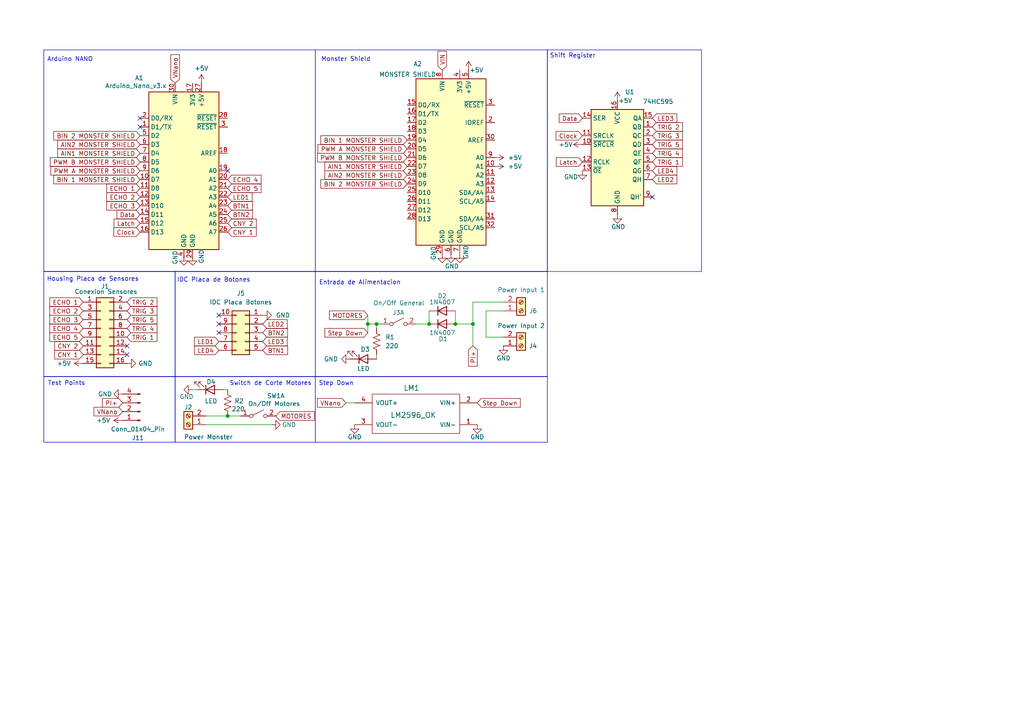
<source format=kicad_sch>
(kicad_sch (version 20231120) (generator "eeschema") (generator_version "8.0")
  (paper "A4")
  (lib_symbols
    (symbol "74xx:74HC595"
      (property "Reference" "U" (at -7.62 13.97 0))
      (property "Value" "74HC595" (at -7.62 -16.51 0))
      (symbol "74HC595_1_0"
        (pin tri_state line (at 10.16 7.62 180) (length 2.54) (name "QB") (number "1"))
        (pin input line (at -10.16 2.54 0) (length 2.54) (name "~{SRCLR}") (number "10"))
        (pin input line (at -10.16 5.08 0) (length 2.54) (name "SRCLK") (number "11"))
        (pin input line (at -10.16 -2.54 0) (length 2.54) (name "RCLK") (number "12"))
        (pin input line (at -10.16 -5.08 0) (length 2.54) (name "~{OE}") (number "13"))
        (pin input line (at -10.16 10.16 0) (length 2.54) (name "SER") (number "14"))
        (pin tri_state line (at 10.16 10.16 180) (length 2.54) (name "QA") (number "15"))
        (pin power_in line (at 0 15.24 270) (length 2.54) (name "VCC") (number "16"))
        (pin tri_state line (at 10.16 5.08 180) (length 2.54) (name "QC") (number "2"))
        (pin tri_state line (at 10.16 2.54 180) (length 2.54) (name "QD") (number "3"))
        (pin tri_state line (at 10.16 0 180) (length 2.54) (name "QE") (number "4"))
        (pin tri_state line (at 10.16 -2.54 180) (length 2.54) (name "QF") (number "5"))
        (pin tri_state line (at 10.16 -5.08 180) (length 2.54) (name "QG") (number "6"))
        (pin tri_state line (at 10.16 -7.62 180) (length 2.54) (name "QH") (number "7"))
        (pin power_in line (at 0 -17.78 90) (length 2.54) (name "GND") (number "8"))
        (pin output line (at 10.16 -12.7 180) (length 2.54) (name "QH'") (number "9"))
      )
      (symbol "74HC595_1_1"
        (rectangle (start -7.62 12.7) (end 7.62 -15.24) (stroke (width 0.254)) (fill (type background)))
      )
    )
    (symbol "Connector:Conn_01x04_Pin" (pin_names (offset 1.016) hide)
      (property "Reference" "J" (at 0 5.08 0))
      (property "Value" "Conn_01x04_Pin" (at 0 -7.62 0))
      (symbol "Conn_01x04_Pin_1_1"
        (polyline (pts (xy 1.27 -5.08) (xy 0.8636 -5.08)) (stroke (width 0.1524)))
        (polyline (pts (xy 1.27 -2.54) (xy 0.8636 -2.54)) (stroke (width 0.1524)))
        (polyline (pts (xy 1.27 0) (xy 0.8636 0)) (stroke (width 0.1524)))
        (polyline (pts (xy 1.27 2.54) (xy 0.8636 2.54)) (stroke (width 0.1524)))
        (rectangle (start 0.8636 -4.953) (end 0 -5.207) (stroke (width 0.1524)) (fill (type outline)))
        (rectangle (start 0.8636 -2.413) (end 0 -2.667) (stroke (width 0.1524)) (fill (type outline)))
        (rectangle (start 0.8636 0.127) (end 0 -0.127) (stroke (width 0.1524)) (fill (type outline)))
        (rectangle (start 0.8636 2.667) (end 0 2.413) (stroke (width 0.1524)) (fill (type outline)))
        (pin passive line (at 5.08 2.54 180) (length 3.81) (name "Pin_1") (number "1"))
        (pin passive line (at 5.08 0 180) (length 3.81) (name "Pin_2") (number "2"))
        (pin passive line (at 5.08 -2.54 180) (length 3.81) (name "Pin_3") (number "3"))
        (pin passive line (at 5.08 -5.08 180) (length 3.81) (name "Pin_4") (number "4"))
      )
    )
    (symbol "Connector:Screw_Terminal_01x02" (pin_names (offset 1.016) hide)
      (property "Reference" "J" (at 0 2.54 0))
      (property "Value" "Screw_Terminal_01x02" (at 0 -5.08 0))
      (symbol "Screw_Terminal_01x02_1_1"
        (rectangle (start -1.27 1.27) (end 1.27 -3.81) (stroke (width 0.254)) (fill (type background)))
        (circle (center 0 -2.54) (radius 0.635) (stroke (width 0.1524)))
        (polyline (pts (xy -0.5334 -2.2098) (xy 0.3302 -3.048)) (stroke (width 0.1524)))
        (polyline (pts (xy -0.5334 0.3302) (xy 0.3302 -0.508)) (stroke (width 0.1524)))
        (polyline (pts (xy -0.3556 -2.032) (xy 0.508 -2.8702)) (stroke (width 0.1524)))
        (polyline (pts (xy -0.3556 0.508) (xy 0.508 -0.3302)) (stroke (width 0.1524)))
        (circle (center 0 0) (radius 0.635) (stroke (width 0.1524)))
        (pin passive line (at -5.08 0 0) (length 3.81) (name "Pin_1") (number "1"))
        (pin passive line (at -5.08 -2.54 0) (length 3.81) (name "Pin_2") (number "2"))
      )
    )
    (symbol "Connector_Generic:Conn_02x05_Counter_Clockwise" (pin_names (offset 1.016) hide)
      (property "Reference" "J" (at 1.27 7.62 0))
      (property "Value" "Conn_02x05_Counter_Clockwise" (at 1.27 -7.62 0))
      (symbol "Conn_02x05_Counter_Clockwise_1_1"
        (rectangle (start -1.27 -4.953) (end 0 -5.207) (stroke (width 0.1524)))
        (rectangle (start -1.27 -2.413) (end 0 -2.667) (stroke (width 0.1524)))
        (rectangle (start -1.27 0.127) (end 0 -0.127) (stroke (width 0.1524)))
        (rectangle (start -1.27 2.667) (end 0 2.413) (stroke (width 0.1524)))
        (rectangle (start -1.27 5.207) (end 0 4.953) (stroke (width 0.1524)))
        (rectangle (start -1.27 6.35) (end 3.81 -6.35) (stroke (width 0.254)) (fill (type background)))
        (rectangle (start 3.81 -4.953) (end 2.54 -5.207) (stroke (width 0.1524)))
        (rectangle (start 3.81 -2.413) (end 2.54 -2.667) (stroke (width 0.1524)))
        (rectangle (start 3.81 0.127) (end 2.54 -0.127) (stroke (width 0.1524)))
        (rectangle (start 3.81 2.667) (end 2.54 2.413) (stroke (width 0.1524)))
        (rectangle (start 3.81 5.207) (end 2.54 4.953) (stroke (width 0.1524)))
        (pin passive line (at -5.08 5.08 0) (length 3.81) (name "Pin_1") (number "1"))
        (pin passive line (at 7.62 5.08 180) (length 3.81) (name "Pin_10") (number "10"))
        (pin passive line (at -5.08 2.54 0) (length 3.81) (name "Pin_2") (number "2"))
        (pin passive line (at -5.08 0 0) (length 3.81) (name "Pin_3") (number "3"))
        (pin passive line (at -5.08 -2.54 0) (length 3.81) (name "Pin_4") (number "4"))
        (pin passive line (at -5.08 -5.08 0) (length 3.81) (name "Pin_5") (number "5"))
        (pin passive line (at 7.62 -5.08 180) (length 3.81) (name "Pin_6") (number "6"))
        (pin passive line (at 7.62 -2.54 180) (length 3.81) (name "Pin_7") (number "7"))
        (pin passive line (at 7.62 0 180) (length 3.81) (name "Pin_8") (number "8"))
        (pin passive line (at 7.62 2.54 180) (length 3.81) (name "Pin_9") (number "9"))
      )
    )
    (symbol "Connector_Generic:Conn_02x08_Odd_Even" (pin_names (offset 1.016) hide)
      (property "Reference" "J" (at 1.27 10.16 0))
      (property "Value" "Conn_02x08_Odd_Even" (at 1.27 -12.7 0))
      (symbol "Conn_02x08_Odd_Even_1_1"
        (rectangle (start -1.27 -10.033) (end 0 -10.287) (stroke (width 0.1524)))
        (rectangle (start -1.27 -7.493) (end 0 -7.747) (stroke (width 0.1524)))
        (rectangle (start -1.27 -4.953) (end 0 -5.207) (stroke (width 0.1524)))
        (rectangle (start -1.27 -2.413) (end 0 -2.667) (stroke (width 0.1524)))
        (rectangle (start -1.27 0.127) (end 0 -0.127) (stroke (width 0.1524)))
        (rectangle (start -1.27 2.667) (end 0 2.413) (stroke (width 0.1524)))
        (rectangle (start -1.27 5.207) (end 0 4.953) (stroke (width 0.1524)))
        (rectangle (start -1.27 7.747) (end 0 7.493) (stroke (width 0.1524)))
        (rectangle (start -1.27 8.89) (end 3.81 -11.43) (stroke (width 0.254)) (fill (type background)))
        (rectangle (start 3.81 -10.033) (end 2.54 -10.287) (stroke (width 0.1524)))
        (rectangle (start 3.81 -7.493) (end 2.54 -7.747) (stroke (width 0.1524)))
        (rectangle (start 3.81 -4.953) (end 2.54 -5.207) (stroke (width 0.1524)))
        (rectangle (start 3.81 -2.413) (end 2.54 -2.667) (stroke (width 0.1524)))
        (rectangle (start 3.81 0.127) (end 2.54 -0.127) (stroke (width 0.1524)))
        (rectangle (start 3.81 2.667) (end 2.54 2.413) (stroke (width 0.1524)))
        (rectangle (start 3.81 5.207) (end 2.54 4.953) (stroke (width 0.1524)))
        (rectangle (start 3.81 7.747) (end 2.54 7.493) (stroke (width 0.1524)))
        (pin passive line (at -5.08 7.62 0) (length 3.81) (name "Pin_1") (number "1"))
        (pin passive line (at 7.62 -2.54 180) (length 3.81) (name "Pin_10") (number "10"))
        (pin passive line (at -5.08 -5.08 0) (length 3.81) (name "Pin_11") (number "11"))
        (pin passive line (at 7.62 -5.08 180) (length 3.81) (name "Pin_12") (number "12"))
        (pin passive line (at -5.08 -7.62 0) (length 3.81) (name "Pin_13") (number "13"))
        (pin passive line (at 7.62 -7.62 180) (length 3.81) (name "Pin_14") (number "14"))
        (pin passive line (at -5.08 -10.16 0) (length 3.81) (name "Pin_15") (number "15"))
        (pin passive line (at 7.62 -10.16 180) (length 3.81) (name "Pin_16") (number "16"))
        (pin passive line (at 7.62 7.62 180) (length 3.81) (name "Pin_2") (number "2"))
        (pin passive line (at -5.08 5.08 0) (length 3.81) (name "Pin_3") (number "3"))
        (pin passive line (at 7.62 5.08 180) (length 3.81) (name "Pin_4") (number "4"))
        (pin passive line (at -5.08 2.54 0) (length 3.81) (name "Pin_5") (number "5"))
        (pin passive line (at 7.62 2.54 180) (length 3.81) (name "Pin_6") (number "6"))
        (pin passive line (at -5.08 0 0) (length 3.81) (name "Pin_7") (number "7"))
        (pin passive line (at 7.62 0 180) (length 3.81) (name "Pin_8") (number "8"))
        (pin passive line (at -5.08 -2.54 0) (length 3.81) (name "Pin_9") (number "9"))
      )
    )
    (symbol "Device:LED" (pin_numbers hide) (pin_names (offset 1.016) hide)
      (property "Reference" "D" (at 0 2.54 0))
      (property "Value" "LED" (at 0 -2.54 0))
      (symbol "LED_0_1"
        (polyline (pts (xy -1.27 -1.27) (xy -1.27 1.27)) (stroke (width 0.254)))
        (polyline (pts (xy -1.27 0) (xy 1.27 0)))
        (polyline (pts (xy 1.27 -1.27) (xy 1.27 1.27) (xy -1.27 0) (xy 1.27 -1.27)) (stroke (width 0.254)))
        (polyline (pts (xy -3.048 -0.762) (xy -4.572 -2.286) (xy -3.81 -2.286) (xy -4.572 -2.286) (xy -4.572 -1.524)))
        (polyline (pts (xy -1.778 -0.762) (xy -3.302 -2.286) (xy -2.54 -2.286) (xy -3.302 -2.286) (xy -3.302 -1.524)))
      )
      (symbol "LED_1_1"
        (pin passive line (at -3.81 0 0) (length 2.54) (name "K") (number "1"))
        (pin passive line (at 3.81 0 180) (length 2.54) (name "A") (number "2"))
      )
    )
    (symbol "Device:R_US" (pin_numbers hide) (pin_names (offset 0))
      (property "Reference" "R" (at 2.54 0 90))
      (property "Value" "R_US" (at -2.54 0 90))
      (symbol "R_US_0_1"
        (polyline (pts (xy 0 -2.286) (xy 0 -2.54)))
        (polyline (pts (xy 0 2.286) (xy 0 2.54)))
        (polyline (pts (xy 0 -0.762) (xy 1.016 -1.143) (xy 0 -1.524) (xy -1.016 -1.905) (xy 0 -2.286)))
        (polyline (pts (xy 0 0.762) (xy 1.016 0.381) (xy 0 0) (xy -1.016 -0.381) (xy 0 -0.762)))
        (polyline (pts (xy 0 2.286) (xy 1.016 1.905) (xy 0 1.524) (xy -1.016 1.143) (xy 0 0.762)))
      )
      (symbol "R_US_1_1"
        (pin passive line (at 0 3.81 270) (length 1.27) (name "~") (number "1"))
        (pin passive line (at 0 -3.81 90) (length 1.27) (name "~") (number "2"))
      )
    )
    (symbol "Diode:1N4007" (pin_numbers hide) (pin_names hide)
      (property "Reference" "D" (at 0 2.54 0))
      (property "Value" "1N4007" (at 0 -2.54 0))
      (symbol "1N4007_0_1"
        (polyline (pts (xy -1.27 1.27) (xy -1.27 -1.27)) (stroke (width 0.254)))
        (polyline (pts (xy 1.27 0) (xy -1.27 0)))
        (polyline (pts (xy 1.27 1.27) (xy 1.27 -1.27) (xy -1.27 0) (xy 1.27 1.27)) (stroke (width 0.254)))
      )
      (symbol "1N4007_1_1"
        (pin passive line (at -3.81 0 0) (length 2.54) (name "K") (number "1"))
        (pin passive line (at 3.81 0 180) (length 2.54) (name "A") (number "2"))
      )
    )
    (symbol "LM2596:LM2596_OK" (pin_names (offset 1.016))
      (property "Reference" "LM1" (at 7.366 -1.524 90))
      (property "Value" "LM2596_OK" (at 4.572 -1.27 90))
      (symbol "LM2596_OK_0_1"
        (rectangle (start -8.89 11.43) (end 2.54 -13.97))
      )
      (symbol "LM2596_OK_1_1"
        (pin input line (at 0 -19.05 90) (length 5.08) (name "VIN-") (number "1"))
        (pin input line (at -6.35 -19.05 90) (length 5.08) (name "VIN+") (number "2"))
        (pin input line (at 0 16.51 270) (length 5.08) (name "VOUT-") (number "3"))
        (pin input line (at -6.35 16.51 270) (length 5.08) (name "VOUT+") (number "4"))
      )
    )
    (symbol "MCU_Module:Arduino_Nano_v3.x"
      (property "Reference" "A" (at -10.16 23.495 0))
      (property "Value" "Arduino_Nano_v3.x" (at 5.08 -24.13 0))
      (symbol "Arduino_Nano_v3.x_0_1"
        (rectangle (start -10.16 22.86) (end 10.16 -22.86) (stroke (width 0.254)) (fill (type background)))
      )
      (symbol "Arduino_Nano_v3.x_1_1"
        (pin bidirectional line (at -12.7 12.7 0) (length 2.54) (name "D1/TX") (number "1"))
        (pin bidirectional line (at -12.7 -2.54 0) (length 2.54) (name "D7") (number "10"))
        (pin bidirectional line (at -12.7 -5.08 0) (length 2.54) (name "D8") (number "11"))
        (pin bidirectional line (at -12.7 -7.62 0) (length 2.54) (name "D9") (number "12"))
        (pin bidirectional line (at -12.7 -10.16 0) (length 2.54) (name "D10") (number "13"))
        (pin bidirectional line (at -12.7 -12.7 0) (length 2.54) (name "D11") (number "14"))
        (pin bidirectional line (at -12.7 -15.24 0) (length 2.54) (name "D12") (number "15"))
        (pin bidirectional line (at -12.7 -17.78 0) (length 2.54) (name "D13") (number "16"))
        (pin power_out line (at 2.54 25.4 270) (length 2.54) (name "3V3") (number "17"))
        (pin input line (at 12.7 5.08 180) (length 2.54) (name "AREF") (number "18"))
        (pin bidirectional line (at 12.7 0 180) (length 2.54) (name "A0") (number "19"))
        (pin bidirectional line (at -12.7 15.24 0) (length 2.54) (name "D0/RX") (number "2"))
        (pin bidirectional line (at 12.7 -2.54 180) (length 2.54) (name "A1") (number "20"))
        (pin bidirectional line (at 12.7 -5.08 180) (length 2.54) (name "A2") (number "21"))
        (pin bidirectional line (at 12.7 -7.62 180) (length 2.54) (name "A3") (number "22"))
        (pin bidirectional line (at 12.7 -10.16 180) (length 2.54) (name "A4") (number "23"))
        (pin bidirectional line (at 12.7 -12.7 180) (length 2.54) (name "A5") (number "24"))
        (pin bidirectional line (at 12.7 -15.24 180) (length 2.54) (name "A6") (number "25"))
        (pin bidirectional line (at 12.7 -17.78 180) (length 2.54) (name "A7") (number "26"))
        (pin power_out line (at 5.08 25.4 270) (length 2.54) (name "+5V") (number "27"))
        (pin input line (at 12.7 15.24 180) (length 2.54) (name "~{RESET}") (number "28"))
        (pin power_in line (at 2.54 -25.4 90) (length 2.54) (name "GND") (number "29"))
        (pin input line (at 12.7 12.7 180) (length 2.54) (name "~{RESET}") (number "3"))
        (pin power_in line (at -2.54 25.4 270) (length 2.54) (name "VIN") (number "30"))
        (pin power_in line (at 0 -25.4 90) (length 2.54) (name "GND") (number "4"))
        (pin bidirectional line (at -12.7 10.16 0) (length 2.54) (name "D2") (number "5"))
        (pin bidirectional line (at -12.7 7.62 0) (length 2.54) (name "D3") (number "6"))
        (pin bidirectional line (at -12.7 5.08 0) (length 2.54) (name "D4") (number "7"))
        (pin bidirectional line (at -12.7 2.54 0) (length 2.54) (name "D5") (number "8"))
        (pin bidirectional line (at -12.7 0 0) (length 2.54) (name "D6") (number "9"))
      )
    )
    (symbol "MCU_Module:Arduino_UNO_R3"
      (property "Reference" "A" (at -10.16 23.495 0))
      (property "Value" "Arduino_UNO_R3" (at 5.08 -26.67 0))
      (symbol "Arduino_UNO_R3_0_1"
        (rectangle (start -10.16 22.86) (end 10.16 -25.4) (stroke (width 0.254)) (fill (type background)))
      )
      (symbol "Arduino_UNO_R3_1_1"
        (pin no_connect line (at -10.16 -20.32 0) (length 2.54) hide (name "NC") (number "1"))
        (pin bidirectional line (at 12.7 -2.54 180) (length 2.54) (name "A1") (number "10"))
        (pin bidirectional line (at 12.7 -5.08 180) (length 2.54) (name "A2") (number "11"))
        (pin bidirectional line (at 12.7 -7.62 180) (length 2.54) (name "A3") (number "12"))
        (pin bidirectional line (at 12.7 -10.16 180) (length 2.54) (name "SDA/A4") (number "13"))
        (pin bidirectional line (at 12.7 -12.7 180) (length 2.54) (name "SCL/A5") (number "14"))
        (pin bidirectional line (at -12.7 15.24 0) (length 2.54) (name "D0/RX") (number "15"))
        (pin bidirectional line (at -12.7 12.7 0) (length 2.54) (name "D1/TX") (number "16"))
        (pin bidirectional line (at -12.7 10.16 0) (length 2.54) (name "D2") (number "17"))
        (pin bidirectional line (at -12.7 7.62 0) (length 2.54) (name "D3") (number "18"))
        (pin bidirectional line (at -12.7 5.08 0) (length 2.54) (name "D4") (number "19"))
        (pin output line (at 12.7 10.16 180) (length 2.54) (name "IOREF") (number "2"))
        (pin bidirectional line (at -12.7 2.54 0) (length 2.54) (name "D5") (number "20"))
        (pin bidirectional line (at -12.7 0 0) (length 2.54) (name "D6") (number "21"))
        (pin bidirectional line (at -12.7 -2.54 0) (length 2.54) (name "D7") (number "22"))
        (pin bidirectional line (at -12.7 -5.08 0) (length 2.54) (name "D8") (number "23"))
        (pin bidirectional line (at -12.7 -7.62 0) (length 2.54) (name "D9") (number "24"))
        (pin bidirectional line (at -12.7 -10.16 0) (length 2.54) (name "D10") (number "25"))
        (pin bidirectional line (at -12.7 -12.7 0) (length 2.54) (name "D11") (number "26"))
        (pin bidirectional line (at -12.7 -15.24 0) (length 2.54) (name "D12") (number "27"))
        (pin bidirectional line (at -12.7 -17.78 0) (length 2.54) (name "D13") (number "28"))
        (pin power_in line (at -2.54 -27.94 90) (length 2.54) (name "GND") (number "29"))
        (pin input line (at 12.7 15.24 180) (length 2.54) (name "~{RESET}") (number "3"))
        (pin input line (at 12.7 5.08 180) (length 2.54) (name "AREF") (number "30"))
        (pin bidirectional line (at 12.7 -17.78 180) (length 2.54) (name "SDA/A4") (number "31"))
        (pin bidirectional line (at 12.7 -20.32 180) (length 2.54) (name "SCL/A5") (number "32"))
        (pin power_out line (at 2.54 25.4 270) (length 2.54) (name "3V3") (number "4"))
        (pin power_out line (at 5.08 25.4 270) (length 2.54) (name "+5V") (number "5"))
        (pin power_in line (at 0 -27.94 90) (length 2.54) (name "GND") (number "6"))
        (pin power_in line (at 2.54 -27.94 90) (length 2.54) (name "GND") (number "7"))
        (pin power_in line (at -2.54 25.4 270) (length 2.54) (name "VIN") (number "8"))
        (pin bidirectional line (at 12.7 0 180) (length 2.54) (name "A0") (number "9"))
      )
    )
    (symbol "Switch:SW_DPST_x2" (pin_names (offset 0) hide)
      (property "Reference" "SW" (at 0 3.175 0))
      (property "Value" "SW_DPST_x2" (at 0 -2.54 0))
      (symbol "SW_DPST_x2_0_0"
        (circle (center -2.032 0) (radius 0.508))
        (polyline (pts (xy -1.524 0.254) (xy 1.524 1.778)))
        (circle (center 2.032 0) (radius 0.508))
      )
      (symbol "SW_DPST_x2_1_1"
        (pin passive line (at -5.08 0 0) (length 2.54) (name "A") (number "1"))
        (pin passive line (at 5.08 0 180) (length 2.54) (name "B") (number "2"))
      )
      (symbol "SW_DPST_x2_2_1"
        (pin passive line (at -5.08 0 0) (length 2.54) (name "A") (number "3"))
        (pin passive line (at 5.08 0 180) (length 2.54) (name "B") (number "4"))
      )
    )
    (symbol "power:+5V" (power) (pin_numbers hide) (pin_names (offset 0) hide)
      (property "Value" "+5V" (at 0 3.556 0))
      (symbol "+5V_0_1"
        (polyline (pts (xy -0.762 1.27) (xy 0 2.54)))
        (polyline (pts (xy 0 0) (xy 0 2.54)))
        (polyline (pts (xy 0 2.54) (xy 0.762 1.27)))
      )
      (symbol "+5V_1_1"
        (pin power_in line (at 0 0 90) (length 0) (name "~") (number "1"))
      )
    )
    (symbol "power:GND" (power) (pin_numbers hide) (pin_names (offset 0) hide)
      (property "Value" "GND" (at 0 -3.81 0))
      (symbol "GND_0_1"
        (polyline (pts (xy 0 0) (xy 0 -1.27) (xy 1.27 -1.27) (xy 0 -2.54) (xy -1.27 -1.27) (xy 0 -1.27)))
      )
      (symbol "GND_1_1"
        (pin power_in line (at 0 0 270) (length 0) (name "~") (number "1"))
      )
    )
  )
  (junction (at 124.46 93.98))
  (junction (at 137.16 93.98))
  (junction (at 109.22 93.98))
  (junction (at 132.08 93.98))
  (junction (at 66.04 120.65))
  (junction (at 106.68 93.98))
  (no_connect (at 66.04 49.53))
  (no_connect (at 40.64 34.29))
  (no_connect (at 36.83 102.87))
  (no_connect (at 63.5 93.98))
  (no_connect (at 189.23 57.15))
  (no_connect (at 40.64 36.83))
  (no_connect (at 63.5 96.52))
  (no_connect (at 36.83 100.33))
  (no_connect (at 63.5 91.44))
  (wire (pts (xy 100.33 116.84) (xy 102.87 116.84)))
  (wire (pts (xy 137.16 93.98) (xy 137.16 100.33)))
  (wire (pts (xy 146.05 87.63) (xy 137.16 87.63)))
  (wire (pts (xy 53.34 74.93) (xy 53.34 74.422)))
  (wire (pts (xy 140.97 90.17) (xy 146.05 90.17)))
  (wire (pts (xy 106.68 93.98) (xy 109.22 93.98)))
  (wire (pts (xy 59.69 120.65) (xy 66.04 120.65)))
  (wire (pts (xy 109.22 93.98) (xy 110.49 93.98)))
  (wire (pts (xy 132.08 93.98) (xy 137.16 93.98)))
  (wire (pts (xy 109.22 95.25) (xy 109.22 93.98)))
  (wire (pts (xy 124.46 90.17) (xy 124.46 93.98)))
  (wire (pts (xy 109.22 102.87) (xy 109.22 104.14)))
  (wire (pts (xy 140.97 90.17) (xy 140.97 97.79)))
  (wire (pts (xy 132.08 90.17) (xy 132.08 93.98)))
  (wire (pts (xy 78.74 123.19) (xy 59.69 123.19)))
  (wire (pts (xy 140.97 97.79) (xy 146.05 97.79)))
  (wire (pts (xy 106.68 91.44) (xy 106.68 93.98)))
  (wire (pts (xy 55.88 74.93) (xy 55.88 74.422)))
  (wire (pts (xy 66.04 120.65) (xy 69.85 120.65)))
  (wire (pts (xy 57.15 113.03) (xy 55.88 113.03)))
  (wire (pts (xy 66.04 113.03) (xy 64.77 113.03)))
  (wire (pts (xy 106.68 93.98) (xy 106.68 96.52)))
  (wire (pts (xy 120.65 93.98) (xy 124.46 93.98)))
  (wire (pts (xy 137.16 87.63) (xy 137.16 93.98)))
  (rectangle (start 50.8 78.74) (end 91.44 109.22))
  (rectangle (start 12.7 14.478) (end 91.44 78.74))
  (rectangle (start 91.44 109.22) (end 158.75 128.27))
  (rectangle (start 91.44 78.74) (end 158.75 109.22))
  (rectangle (start 12.7 109.22) (end 50.8 128.27))
  (rectangle (start 158.75 14.478) (end 203.454 78.74))
  (rectangle (start 50.8 109.22) (end 91.44 128.27))
  (rectangle (start 91.44 14.478) (end 158.75 78.74))
  (rectangle (start 12.7 78.74) (end 50.8 109.22))
  (text "Switch de Corte Motores" (at 78.486 111.252 0) (effects (font (size 1.27 1.27))))
  (text "Entrada de Alimentacion" (at 104.394 82.042 0) (effects (font (size 1.27 1.27))))
  (text "Shift Register" (at 166.116 16.256 0) (effects (font (size 1.27 1.27))))
  (text "Test Points\n" (at 19.304 111.252 0) (effects (font (size 1.27 1.27))))
  (text "Step Down\n" (at 97.536 111.252 0) (effects (font (size 1.27 1.27))))
  (text "Housing Placa de Sensores" (at 26.924 81.026 0) (effects (font (size 1.27 1.27))))
  (text "Monster Shield\n" (at 100.33 17.272 0) (effects (font (size 1.27 1.27))))
  (text "Arduino NANO\n" (at 20.32 17.272 0) (effects (font (size 1.27 1.27))))
  (text "IDC Placa de Botones" (at 61.976 81.28 0) (effects (font (size 1.27 1.27))))
  (global_label "ECHO 3" (shape input) (at 24.13 92.71 180) (property "Intersheetrefs" "${INTERSHEET_REFS}" (effects (hide yes))))
  (global_label "LED3" (shape input) (at 189.23 34.29 0) (property "Intersheetrefs" "${INTERSHEET_REFS}" (effects (hide yes))))
  (global_label "TRIG 2" (shape input) (at 189.23 36.83 0) (property "Intersheetrefs" "${INTERSHEET_REFS}" (effects (hide yes))))
  (global_label "ECHO 5" (shape input) (at 66.04 54.61 0) (property "Intersheetrefs" "${INTERSHEET_REFS}" (effects (hide yes))))
  (global_label "CNY 2" (shape input) (at 66.04 64.77 0) (property "Intersheetrefs" "${INTERSHEET_REFS}" (effects (hide yes))))
  (global_label "TRIG 1" (shape input) (at 189.23 46.99 0) (property "Intersheetrefs" "${INTERSHEET_REFS}" (effects (hide yes))))
  (global_label "PI+" (shape input) (at 137.16 100.33 270) (property "Intersheetrefs" "${INTERSHEET_REFS}" (effects (hide yes))))
  (global_label "ECHO 5" (shape input) (at 24.13 97.79 180) (property "Intersheetrefs" "${INTERSHEET_REFS}" (effects (hide yes))))
  (global_label "TRIG 3" (shape input) (at 36.83 90.17 0) (property "Intersheetrefs" "${INTERSHEET_REFS}" (effects (hide yes))))
  (global_label "VNano" (shape input) (at 50.8 24.13 90) (property "Intersheetrefs" "${INTERSHEET_REFS}" (effects (hide yes))))
  (global_label "BIN 1 MONSTER SHIELD" (shape input) (at 118.11 40.64 180) (property "Intersheetrefs" "${INTERSHEET_REFS}" (effects (hide yes))))
  (global_label "PI+" (shape input) (at 35.56 116.84 180) (property "Intersheetrefs" "${INTERSHEET_REFS}" (effects (hide yes))))
  (global_label "BIN 2 MONSTER SHIELD" (shape input) (at 40.64 39.37 180) (property "Intersheetrefs" "${INTERSHEET_REFS}" (effects (hide yes))))
  (global_label "MOTORES" (shape input) (at 106.68 91.44 180) (property "Intersheetrefs" "${INTERSHEET_REFS}" (effects (hide yes))))
  (global_label "BTN2" (shape input) (at 66.04 62.23 0) (property "Intersheetrefs" "${INTERSHEET_REFS}" (effects (hide yes))))
  (global_label "Clock" (shape input) (at 168.91 39.37 180) (property "Intersheetrefs" "${INTERSHEET_REFS}" (effects (hide yes))))
  (global_label "VNano" (shape input) (at 35.56 119.38 180) (property "Intersheetrefs" "${INTERSHEET_REFS}" (effects (hide yes))))
  (global_label "Data" (shape input) (at 168.91 34.29 180) (property "Intersheetrefs" "${INTERSHEET_REFS}" (effects (hide yes))))
  (global_label "Step Down" (shape input) (at 106.68 96.52 180) (property "Intersheetrefs" "${INTERSHEET_REFS}" (effects (hide yes))))
  (global_label "MOTORES" (shape input) (at 80.01 120.65 0) (property "Intersheetrefs" "${INTERSHEET_REFS}" (effects (hide yes))))
  (global_label "PWM B MONSTER SHIELD" (shape input) (at 40.64 46.99 180) (property "Intersheetrefs" "${INTERSHEET_REFS}" (effects (hide yes))))
  (global_label "BTN2" (shape input) (at 76.2 96.52 0) (property "Intersheetrefs" "${INTERSHEET_REFS}" (effects (hide yes))))
  (global_label "PWM A MONSTER SHIELD" (shape input) (at 118.11 43.18 180) (property "Intersheetrefs" "${INTERSHEET_REFS}" (effects (hide yes))))
  (global_label "TRIG 4" (shape input) (at 189.23 44.45 0) (property "Intersheetrefs" "${INTERSHEET_REFS}" (effects (hide yes))))
  (global_label "LED4" (shape input) (at 63.5 101.6 180) (property "Intersheetrefs" "${INTERSHEET_REFS}" (effects (hide yes))))
  (global_label "LED2" (shape input) (at 76.2 93.98 0) (property "Intersheetrefs" "${INTERSHEET_REFS}" (effects (hide yes))))
  (global_label "ECHO 4" (shape input) (at 66.04 52.07 0) (property "Intersheetrefs" "${INTERSHEET_REFS}" (effects (hide yes))))
  (global_label "LED1" (shape input) (at 63.5 99.06 180) (property "Intersheetrefs" "${INTERSHEET_REFS}" (effects (hide yes))))
  (global_label "CNY 1" (shape input) (at 24.13 102.87 180) (property "Intersheetrefs" "${INTERSHEET_REFS}" (effects (hide yes))))
  (global_label "Step Down" (shape input) (at 138.43 116.84 0) (property "Intersheetrefs" "${INTERSHEET_REFS}" (effects (hide yes))))
  (global_label "TRIG 4" (shape input) (at 36.83 95.25 0) (property "Intersheetrefs" "${INTERSHEET_REFS}" (effects (hide yes))))
  (global_label "LED3" (shape input) (at 76.2 99.06 0) (property "Intersheetrefs" "${INTERSHEET_REFS}" (effects (hide yes))))
  (global_label "VNano" (shape input) (at 100.33 116.84 180) (property "Intersheetrefs" "${INTERSHEET_REFS}" (effects (hide yes))))
  (global_label "TRIG 1" (shape input) (at 36.83 97.79 0) (property "Intersheetrefs" "${INTERSHEET_REFS}" (effects (hide yes))))
  (global_label "TRIG 2" (shape input) (at 36.83 87.63 0) (property "Intersheetrefs" "${INTERSHEET_REFS}" (effects (hide yes))))
  (global_label "LED2" (shape input) (at 189.23 52.07 0) (property "Intersheetrefs" "${INTERSHEET_REFS}" (effects (hide yes))))
  (global_label "Clock" (shape input) (at 40.64 67.31 180) (property "Intersheetrefs" "${INTERSHEET_REFS}" (effects (hide yes))))
  (global_label "ECHO 3" (shape input) (at 40.64 59.69 180) (property "Intersheetrefs" "${INTERSHEET_REFS}" (effects (hide yes))))
  (global_label "PWM B MONSTER SHIELD" (shape input) (at 118.11 45.72 180) (property "Intersheetrefs" "${INTERSHEET_REFS}" (effects (hide yes))))
  (global_label "TRIG 5" (shape input) (at 189.23 41.91 0) (property "Intersheetrefs" "${INTERSHEET_REFS}" (effects (hide yes))))
  (global_label "ECHO 1" (shape input) (at 40.64 54.61 180) (property "Intersheetrefs" "${INTERSHEET_REFS}" (effects (hide yes))))
  (global_label "ECHO 2" (shape input) (at 40.64 57.15 180) (property "Intersheetrefs" "${INTERSHEET_REFS}" (effects (hide yes))))
  (global_label "AIN1 MONSTER SHIELD" (shape input) (at 40.64 44.45 180) (property "Intersheetrefs" "${INTERSHEET_REFS}" (effects (hide yes))))
  (global_label "AIN1 MONSTER SHIELD" (shape input) (at 118.11 48.26 180) (property "Intersheetrefs" "${INTERSHEET_REFS}" (effects (hide yes))))
  (global_label "Latch" (shape input) (at 168.91 46.99 180) (property "Intersheetrefs" "${INTERSHEET_REFS}" (effects (hide yes))))
  (global_label "VIN" (shape input) (at 128.27 20.32 90) (property "Intersheetrefs" "${INTERSHEET_REFS}" (effects (hide yes))))
  (global_label "CNY 1" (shape input) (at 66.04 67.31 0) (property "Intersheetrefs" "${INTERSHEET_REFS}" (effects (hide yes))))
  (global_label "ECHO 4" (shape input) (at 24.13 95.25 180) (property "Intersheetrefs" "${INTERSHEET_REFS}" (effects (hide yes))))
  (global_label "TRIG 3" (shape input) (at 189.23 39.37 0) (property "Intersheetrefs" "${INTERSHEET_REFS}" (effects (hide yes))))
  (global_label "CNY 2" (shape input) (at 24.13 100.33 180) (property "Intersheetrefs" "${INTERSHEET_REFS}" (effects (hide yes))))
  (global_label "Data" (shape input) (at 40.64 62.23 180) (property "Intersheetrefs" "${INTERSHEET_REFS}" (effects (hide yes))))
  (global_label "LED1" (shape input) (at 66.04 57.15 0) (property "Intersheetrefs" "${INTERSHEET_REFS}" (effects (hide yes))))
  (global_label "BIN 1 MONSTER SHIELD" (shape input) (at 40.64 52.07 180) (property "Intersheetrefs" "${INTERSHEET_REFS}" (effects (hide yes))))
  (global_label "ECHO 1" (shape input) (at 24.13 87.63 180) (property "Intersheetrefs" "${INTERSHEET_REFS}" (effects (hide yes))))
  (global_label "PWM A MONSTER SHIELD" (shape input) (at 40.64 49.53 180) (property "Intersheetrefs" "${INTERSHEET_REFS}" (effects (hide yes))))
  (global_label "ECHO 2" (shape input) (at 24.13 90.17 180) (property "Intersheetrefs" "${INTERSHEET_REFS}" (effects (hide yes))))
  (global_label "BTN1" (shape input) (at 76.2 101.6 0) (property "Intersheetrefs" "${INTERSHEET_REFS}" (effects (hide yes))))
  (global_label "BTN1" (shape input) (at 66.04 59.69 0) (property "Intersheetrefs" "${INTERSHEET_REFS}" (effects (hide yes))))
  (global_label "AIN2 MONSTER SHIELD" (shape input) (at 118.11 50.8 180) (property "Intersheetrefs" "${INTERSHEET_REFS}" (effects (hide yes))))
  (global_label "BIN 2 MONSTER SHIELD" (shape input) (at 118.11 53.34 180) (property "Intersheetrefs" "${INTERSHEET_REFS}" (effects (hide yes))))
  (global_label "LED4" (shape input) (at 189.23 49.53 0) (property "Intersheetrefs" "${INTERSHEET_REFS}" (effects (hide yes))))
  (global_label "TRIG 5" (shape input) (at 36.83 92.71 0) (property "Intersheetrefs" "${INTERSHEET_REFS}" (effects (hide yes))))
  (global_label "Latch" (shape input) (at 40.64 64.77 180) (property "Intersheetrefs" "${INTERSHEET_REFS}" (effects (hide yes))))
  (global_label "AIN2 MONSTER SHIELD" (shape input) (at 40.64 41.91 180) (property "Intersheetrefs" "${INTERSHEET_REFS}" (effects (hide yes))))
  (symbol (lib_id "power:GND") (at 76.2 91.44 90) (unit 1)
    (property "Reference" "#PWR01" (effects (hide yes)))
    (property "Value" "GND" (at 80.01 91.4399 90) (effects (justify right)))
    (property "Description" "Power symbol creates a global label with name \"GND\" , ground" (effects (hide yes)))
  )
  (symbol (lib_id "74xx:74HC595") (at 179.07 44.45 0) (unit 1)
    (property "Reference" "U1" (at 181.2641 26.67 0) (effects (justify left)))
    (property "Value" "74HC595" (at 186.436 29.464 0) (effects (justify left)))
    (property "Footprint" "74HC595N_DIP16_:DIP16-2.54-20.32X5.84MM" (effects (hide yes)))
    (property "Datasheet" "http://www.ti.com/lit/ds/symlink/sn74hc595.pdf" (effects (hide yes)))
    (property "Description" "8-bit serial in/out Shift Register 3-State Outputs" (effects (hide yes)))
  )
  (symbol (lib_id "power:+5V") (at 58.42 24.13 0) (unit 1)
    (property "Reference" "#PWR05" (effects (hide yes)))
    (property "Value" "+5V" (at 58.42 19.812 0))
    (property "Description" "Power symbol creates a global label with name \"+5V\"" (effects (hide yes)))
  )
  (symbol (lib_id "power:+5V") (at 35.56 121.92 90) (unit 1)
    (property "Reference" "#PWR021" (effects (hide yes)))
    (property "Value" "+5V" (at 32.004 121.9199 90) (effects (justify left)))
    (property "Description" "Power symbol creates a global label with name \"+5V\"" (effects (hide yes)))
  )
  (symbol (lib_id "power:+5V") (at 24.13 105.41 90) (unit 1)
    (property "Reference" "#PWR010" (effects (hide yes)))
    (property "Value" "+5V" (at 20.574 105.4099 90) (effects (justify left)))
    (property "Description" "Power symbol creates a global label with name \"+5V\"" (effects (hide yes)))
  )
  (symbol (lib_id "Diode:1N4007") (at 128.27 93.98 0) (unit 1)
    (property "Reference" "D1" (at 128.524 98.298 0))
    (property "Value" "1N4007" (at 128.27 96.52 0))
    (property "Footprint" "Diode_THT:D_DO-41_SOD81_P10.16mm_Horizontal" (effects (hide yes)))
    (property "Datasheet" "http://www.vishay.com/docs/88503/1n4001.pdf" (effects (hide yes)))
    (property "Description" "1000V 1A General Purpose Rectifier Diode, DO-41" (effects (hide yes)))
    (property "Sim.Device" "D" (effects (hide yes)))
    (property "Sim.Pins" "1=K 2=A" (effects (hide yes)))
  )
  (symbol (lib_id "power:+5V") (at 143.51 45.72 270) (unit 1)
    (property "Reference" "#PWR019" (effects (hide yes)))
    (property "Value" "+5V" (at 147.32 45.7199 90) (effects (justify left)))
    (property "Description" "Power symbol creates a global label with name \"+5V\"" (effects (hide yes)))
  )
  (symbol (lib_id "Connector_Generic:Conn_02x05_Counter_Clockwise") (at 71.12 96.52 0) (mirror y) (unit 1)
    (property "Reference" "J5" (at 69.85 85.09 0))
    (property "Value" "IDC Placa Botones" (at 69.85 87.63 0))
    (property "Footprint" "Connector_PinHeader_2.54mm:PinHeader_2x05_P2.54mm_Horizontal" (effects (hide yes)))
    (property "Description" "Generic connector, double row, 02x05, counter clockwise pin numbering scheme (similar to DIP package numbering), script generated (kicad-library-utils/schlib/autogen/connector/)" (effects (hide yes)))
  )
  (symbol (lib_id "power:+5V") (at 168.91 41.91 90) (unit 1)
    (property "Reference" "#PWR013" (effects (hide yes)))
    (property "Value" "+5V" (at 164.084 41.91 90))
    (property "Description" "Power symbol creates a global label with name \"+5V\"" (effects (hide yes)))
  )
  (symbol (lib_id "Switch:SW_DPST_x2") (at 115.57 93.98 0) (unit 1)
    (property "Reference" "J3" (at 113.792 90.678 0) (effects (justify left)))
    (property "Value" "On/Off General" (at 108.204 87.884 0) (effects (justify left)))
    (property "Footprint" "TerminalBlock:TerminalBlock_bornier-2_P5.08mm" (effects (hide yes)))
    (property "Description" "Single Pole Single Throw (SPST) switch, separate symbol" (effects (hide yes)))
  )
  (symbol (lib_id "power:GND") (at 179.07 62.23 0) (unit 1)
    (property "Reference" "#PWR024" (effects (hide yes)))
    (property "Value" "GND" (at 179.324 65.786 0))
    (property "Description" "Power symbol creates a global label with name \"GND\" , ground" (effects (hide yes)))
  )
  (symbol (lib_id "power:GND") (at 55.88 113.03 270) (unit 1)
    (property "Reference" "#PWR017" (effects (hide yes)))
    (property "Value" "GND" (at 56.134 115.062 90) (effects (justify right)))
    (property "Description" "Power symbol creates a global label with name \"GND\" , ground" (effects (hide yes)))
  )
  (symbol (lib_id "power:GND") (at 128.27 73.66 0) (unit 1)
    (property "Reference" "#PWR07" (effects (hide yes)))
    (property "Value" "GND" (at 125.73 73.406 90))
    (property "Description" "Power symbol creates a global label with name \"GND\" , ground" (effects (hide yes)))
  )
  (symbol (lib_id "Connector_Generic:Conn_02x08_Odd_Even") (at 29.21 95.25 0) (unit 1)
    (property "Reference" "J1" (at 30.48 83.058 0))
    (property "Value" "Conexion Sensores" (at 30.734 84.582 0))
    (property "Footprint" "Connector_PinHeader_2.54mm:PinHeader_2x08_P2.54mm_Horizontal" (effects (hide yes)))
    (property "Description" "Generic connector, double row, 02x08, odd/even pin numbering scheme (row 1 odd numbers, row 2 even numbers), script generated (kicad-library-utils/schlib/autogen/connector/)" (effects (hide yes)))
  )
  (symbol (lib_id "Device:LED") (at 60.96 113.03 0) (mirror x) (unit 1)
    (property "Reference" "D4" (at 61.214 110.744 0))
    (property "Value" "LED" (at 61.214 116.332 0))
    (property "Footprint" "LED_THT:LED_D5.0mm_Horizontal_O1.27mm_Z3.0mm" (effects (hide yes)))
    (property "Description" "Light emitting diode" (effects (hide yes)))
  )
  (symbol (lib_id "LM2596:LM2596_OK") (at 119.38 123.19 90) (mirror x) (unit 1)
    (property "Reference" "LM1" (at 119.38 112.522 90) (effects (font (size 1.524 1.524))))
    (property "Value" "LM2596_OK" (at 119.888 120.396 90) (effects (font (size 1.524 1.524))))
    (property "Footprint" "StepDown:StepDown" (effects (hide yes)))
  )
  (symbol (lib_id "Switch:SW_DPST_x2") (at 74.93 120.65 0) (unit 1)
    (property "Reference" "SW1" (at 80.01 114.808 0))
    (property "Value" "On/Off Motores" (at 79.502 117.094 0))
    (property "Footprint" "Button_Switch_THT:SW_Slide_SPDT_Straight_CK_OS102011MS2Q" (effects (hide yes)))
    (property "Description" "Single Pole Single Throw (SPST) switch, separate symbol" (effects (hide yes)))
  )
  (symbol (lib_id "power:GND") (at 146.05 100.33 0) (unit 1)
    (property "Reference" "#PWR02" (effects (hide yes)))
    (property "Value" "GND" (at 146.05 103.886 0))
    (property "Description" "Power symbol creates a global label with name \"GND\" , ground" (effects (hide yes)))
  )
  (symbol (lib_id "power:GND") (at 138.43 123.19 0) (unit 1)
    (property "Reference" "#PWR015" (effects (hide yes)))
    (property "Value" "GND" (at 138.43 126.746 0))
    (property "Description" "Power symbol creates a global label with name \"GND\" , ground" (effects (hide yes)))
  )
  (symbol (lib_id "Diode:1N4007") (at 128.27 90.17 0) (unit 1)
    (property "Reference" "D2" (at 128.27 85.852 0))
    (property "Value" "1N4007" (at 128.27 87.63 0))
    (property "Footprint" "Diode_THT:D_DO-41_SOD81_P10.16mm_Horizontal" (effects (hide yes)))
    (property "Datasheet" "http://www.vishay.com/docs/88503/1n4001.pdf" (effects (hide yes)))
    (property "Description" "1000V 1A General Purpose Rectifier Diode, DO-41" (effects (hide yes)))
    (property "Sim.Device" "D" (effects (hide yes)))
    (property "Sim.Pins" "1=K 2=A" (effects (hide yes)))
  )
  (symbol (lib_id "Device:R_US") (at 66.04 116.84 180) (unit 1)
    (property "Reference" "R2" (at 69.342 116.332 0))
    (property "Value" "220" (at 69.088 118.618 0))
    (property "Footprint" "Resistor_THT:R_Axial_DIN0204_L3.6mm_D1.6mm_P7.62mm_Horizontal" (effects (hide yes)))
    (property "Description" "Resistor, US symbol" (effects (hide yes)))
  )
  (symbol (lib_id "power:GND") (at 78.74 123.19 90) (unit 1)
    (property "Reference" "#PWR011" (effects (hide yes)))
    (property "Value" "GND" (at 81.788 123.19 90) (effects (justify right)))
    (property "Description" "Power symbol creates a global label with name \"GND\" , ground" (effects (hide yes)))
  )
  (symbol (lib_id "Device:LED") (at 105.41 104.14 0) (mirror x) (unit 1)
    (property "Reference" "D3" (at 105.918 101.346 0))
    (property "Value" "LED" (at 105.41 106.934 0))
    (property "Footprint" "LED_THT:LED_D5.0mm_Horizontal_O1.27mm_Z3.0mm" (effects (hide yes)))
    (property "Description" "Light emitting diode" (effects (hide yes)))
  )
  (symbol (lib_id "power:GND") (at 130.81 73.66 0) (unit 1)
    (property "Reference" "#PWR08" (effects (hide yes)))
    (property "Value" "GND" (at 131.064 77.216 0))
    (property "Description" "Power symbol creates a global label with name \"GND\" , ground" (effects (hide yes)))
  )
  (symbol (lib_id "power:GND") (at 101.6 104.14 270) (unit 1)
    (property "Reference" "#PWR016" (effects (hide yes)))
    (property "Value" "GND" (at 98.044 104.14 90) (effects (justify right)))
    (property "Description" "Power symbol creates a global label with name \"GND\" , ground" (effects (hide yes)))
  )
  (symbol (lib_id "power:GND") (at 35.56 114.3 270) (unit 1)
    (property "Reference" "#PWR022" (effects (hide yes)))
    (property "Value" "GND" (at 32.512 114.3 90) (effects (justify right)))
    (property "Description" "Power symbol creates a global label with name \"GND\" , ground" (effects (hide yes)))
  )
  (symbol (lib_id "Device:R_US") (at 109.22 99.06 0) (unit 1)
    (property "Reference" "R1" (at 111.76 97.7899 0) (effects (justify left)))
    (property "Value" "220" (at 111.76 100.3299 0) (effects (justify left)))
    (property "Footprint" "Resistor_THT:R_Axial_DIN0204_L3.6mm_D1.6mm_P7.62mm_Horizontal" (effects (hide yes)))
    (property "Description" "Resistor, US symbol" (effects (hide yes)))
  )
  (symbol (lib_id "Connector:Screw_Terminal_01x02") (at 151.13 90.17 0) (mirror x) (unit 1)
    (property "Reference" "J6" (at 153.416 90.1701 0) (effects (justify left)))
    (property "Value" "Power Input 1" (at 144.272 84.074 0) (effects (justify left)))
    (property "Footprint" "Connector_AMASS:AMASS_XT60-M_1x02_P7.20mm_Vertical" (effects (hide yes)))
    (property "Description" "Generic screw terminal, single row, 01x02, script generated (kicad-library-utils/schlib/autogen/connector/)" (effects (hide yes)))
  )
  (symbol (lib_id "power:GND") (at 55.88 74.422 0) (unit 1)
    (property "Reference" "#PWR04" (effects (hide yes)))
    (property "Value" "GND" (at 58.42 74.422 90))
    (property "Description" "Power symbol creates a global label with name \"GND\" , ground" (effects (hide yes)))
  )
  (symbol (lib_id "power:+5V") (at 179.07 29.21 0) (unit 1)
    (property "Reference" "#PWR023" (effects (hide yes)))
    (property "Value" "+5V" (at 181.356 29.21 0))
    (property "Description" "Power symbol creates a global label with name \"+5V\"" (effects (hide yes)))
  )
  (symbol (lib_id "power:GND") (at 53.34 74.422 0) (unit 1)
    (property "Reference" "#PWR03" (effects (hide yes)))
    (property "Value" "GND" (at 50.8 74.676 90))
    (property "Description" "Power symbol creates a global label with name \"GND\" , ground" (effects (hide yes)))
  )
  (symbol (lib_id "Connector:Screw_Terminal_01x02") (at 54.61 123.19 180) (unit 1)
    (property "Reference" "J2" (at 54.61 118.11 0))
    (property "Value" "Power Monster" (at 60.452 126.746 0))
    (property "Footprint" "TerminalBlock:TerminalBlock_bornier-2_P5.08mm" (effects (hide yes)))
    (property "Description" "Generic screw terminal, single row, 01x02, script generated (kicad-library-utils/schlib/autogen/connector/)" (effects (hide yes)))
  )
  (symbol (lib_id "power:GND") (at 36.83 105.41 90) (unit 1)
    (property "Reference" "#PWR012" (effects (hide yes)))
    (property "Value" "GND" (at 42.164 105.41 90))
    (property "Description" "Power symbol creates a global label with name \"GND\" , ground" (effects (hide yes)))
  )
  (symbol (lib_id "power:GND") (at 133.35 73.66 0) (unit 1)
    (property "Reference" "#PWR09" (effects (hide yes)))
    (property "Value" "GND" (at 135.128 73.152 90))
    (property "Description" "Power symbol creates a global label with name \"GND\" , ground" (effects (hide yes)))
  )
  (symbol (lib_id "Connector:Screw_Terminal_01x02") (at 151.13 100.33 0) (mirror x) (unit 1)
    (property "Reference" "J4" (at 153.416 100.3301 0) (effects (justify left)))
    (property "Value" "Power Input 2" (at 144.272 94.488 0) (effects (justify left)))
    (property "Footprint" "Connector_AMASS:AMASS_XT60-M_1x02_P7.20mm_Vertical" (effects (hide yes)))
    (property "Description" "Generic screw terminal, single row, 01x02, script generated (kicad-library-utils/schlib/autogen/connector/)" (effects (hide yes)))
  )
  (symbol (lib_id "MCU_Module:Arduino_Nano_v3.x") (at 53.34 49.53 0) (unit 1)
    (property "Reference" "A1" (at 39.116 22.606 0) (effects (justify left)))
    (property "Value" "Arduino_Nano_v3.x" (at 30.48 24.892 0) (effects (justify left)))
    (property "Footprint" "Module:Arduino_Nano" (effects (hide yes)))
    (property "Datasheet" "http://www.mouser.com/pdfdocs/Gravitech_Arduino_Nano3_0.pdf" (effects (hide yes)))
    (property "Description" "Arduino Nano v3.x" (effects (hide yes)))
  )
  (symbol (lib_id "Connector:Conn_01x04_Pin") (at 40.64 119.38 180) (unit 1)
    (property "Reference" "J11" (at 40.005 127 0))
    (property "Value" "Conn_01x04_Pin" (at 40.005 124.46 0))
    (property "Footprint" "Connector_PinHeader_2.54mm:PinHeader_1x04_P2.54mm_Vertical" (effects (hide yes)))
    (property "Description" "Generic connector, single row, 01x04, script generated" (effects (hide yes)))
  )
  (symbol (lib_id "MCU_Module:Arduino_UNO_R3") (at 130.81 45.72 0) (unit 1)
    (property "Reference" "A2" (at 119.888 18.542 0) (effects (justify left)))
    (property "Value" "MONSTER SHIELD" (at 109.982 21.59 0) (effects (justify left)))
    (property "Footprint" "Module:Arduino_UNO_R3" (effects (hide yes)))
    (property "Datasheet" "https://www.arduino.cc/en/Main/arduinoBoardUno" (effects (hide yes)))
    (property "Description" "Arduino UNO Microcontroller Module, release 3" (effects (hide yes)))
  )
  (symbol (lib_id "power:GND") (at 102.87 123.19 0) (unit 1)
    (property "Reference" "#PWR014" (effects (hide yes)))
    (property "Value" "GND" (at 102.87 126.746 0))
    (property "Description" "Power symbol creates a global label with name \"GND\" , ground" (effects (hide yes)))
  )
  (symbol (lib_id "power:+5V") (at 143.51 48.26 270) (unit 1)
    (property "Reference" "#PWR018" (effects (hide yes)))
    (property "Value" "+5V" (at 147.32 48.2599 90) (effects (justify left)))
    (property "Description" "Power symbol creates a global label with name \"+5V\"" (effects (hide yes)))
  )
  (symbol (lib_id "power:+5V") (at 135.89 20.32 0) (unit 1)
    (property "Reference" "#PWR06" (effects (hide yes)))
    (property "Value" "+5V" (at 138.176 20.32 0))
    (property "Description" "Power symbol creates a global label with name \"+5V\"" (effects (hide yes)))
  )
  (symbol (lib_id "power:GND") (at 168.91 49.53 0) (unit 1)
    (property "Reference" "#PWR020" (effects (hide yes)))
    (property "Value" "GND" (at 165.608 51.308 0))
    (property "Description" "Power symbol creates a global label with name \"GND\" , ground" (effects (hide yes)))
  )
)
</source>
